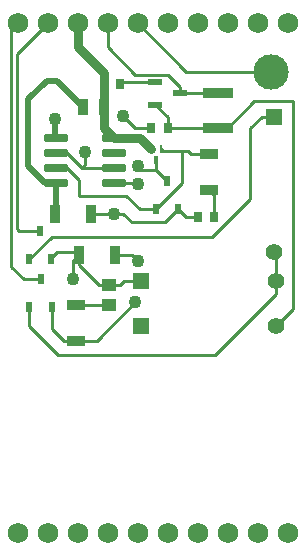
<source format=gbr>
%TF.GenerationSoftware,KiCad,Pcbnew,8.0.8*%
%TF.CreationDate,2025-03-02T20:22:08-05:00*%
%TF.ProjectId,Precharge Module V3.0,50726563-6861-4726-9765-204d6f64756c,rev?*%
%TF.SameCoordinates,Original*%
%TF.FileFunction,Copper,L1,Top*%
%TF.FilePolarity,Positive*%
%FSLAX46Y46*%
G04 Gerber Fmt 4.6, Leading zero omitted, Abs format (unit mm)*
G04 Created by KiCad (PCBNEW 8.0.8) date 2025-03-02 20:22:08*
%MOMM*%
%LPD*%
G01*
G04 APERTURE LIST*
G04 Aperture macros list*
%AMRoundRect*
0 Rectangle with rounded corners*
0 $1 Rounding radius*
0 $2 $3 $4 $5 $6 $7 $8 $9 X,Y pos of 4 corners*
0 Add a 4 corners polygon primitive as box body*
4,1,4,$2,$3,$4,$5,$6,$7,$8,$9,$2,$3,0*
0 Add four circle primitives for the rounded corners*
1,1,$1+$1,$2,$3*
1,1,$1+$1,$4,$5*
1,1,$1+$1,$6,$7*
1,1,$1+$1,$8,$9*
0 Add four rect primitives between the rounded corners*
20,1,$1+$1,$2,$3,$4,$5,0*
20,1,$1+$1,$4,$5,$6,$7,0*
20,1,$1+$1,$6,$7,$8,$9,0*
20,1,$1+$1,$8,$9,$2,$3,0*%
G04 Aperture macros list end*
%TA.AperFunction,SMDPad,CuDef*%
%ADD10R,1.600200X0.863600*%
%TD*%
%TA.AperFunction,ComponentPad*%
%ADD11R,1.397000X1.397000*%
%TD*%
%TA.AperFunction,ComponentPad*%
%ADD12C,1.397000*%
%TD*%
%TA.AperFunction,ComponentPad*%
%ADD13C,3.000000*%
%TD*%
%TA.AperFunction,SMDPad,CuDef*%
%ADD14R,1.219200X0.558800*%
%TD*%
%TA.AperFunction,SMDPad,CuDef*%
%ADD15R,0.711200X0.939800*%
%TD*%
%TA.AperFunction,SMDPad,CuDef*%
%ADD16R,2.500000X0.955600*%
%TD*%
%TA.AperFunction,SMDPad,CuDef*%
%ADD17R,1.193800X1.016000*%
%TD*%
%TA.AperFunction,SMDPad,CuDef*%
%ADD18R,0.855600X1.600000*%
%TD*%
%TA.AperFunction,SMDPad,CuDef*%
%ADD19R,0.558800X0.863600*%
%TD*%
%TA.AperFunction,ComponentPad*%
%ADD20C,1.750000*%
%TD*%
%TA.AperFunction,SMDPad,CuDef*%
%ADD21RoundRect,0.075000X-0.910000X-0.225000X0.910000X-0.225000X0.910000X0.225000X-0.910000X0.225000X0*%
%TD*%
%TA.AperFunction,SMDPad,CuDef*%
%ADD22R,0.812800X1.346200*%
%TD*%
%TA.AperFunction,SMDPad,CuDef*%
%ADD23R,0.279400X0.660400*%
%TD*%
%TA.AperFunction,SMDPad,CuDef*%
%ADD24R,0.381000X0.660400*%
%TD*%
%TA.AperFunction,ViaPad*%
%ADD25C,1.100000*%
%TD*%
%TA.AperFunction,Conductor*%
%ADD26C,0.250000*%
%TD*%
%TA.AperFunction,Conductor*%
%ADD27C,0.500000*%
%TD*%
%TA.AperFunction,Conductor*%
%ADD28C,0.750000*%
%TD*%
G04 APERTURE END LIST*
D10*
%TO.P,D3,1,K*%
%TO.N,Net-(D3-K)*%
X55750000Y-49202000D03*
%TO.P,D3,2,A*%
%TO.N,Net-(D3-A)*%
X55750000Y-52250000D03*
%TD*%
D11*
%TO.P,R6,1*%
%TO.N,Net-(U1-VCC)*%
X61250000Y-51000000D03*
D12*
%TO.P,R6,2*%
%TO.N,Net-(Q1-E)*%
X72680000Y-51000000D03*
%TD*%
D13*
%TO.P,PC COIL -,1,1*%
%TO.N,Net-(D3-A)*%
X72250000Y-29500000D03*
%TD*%
D14*
%TO.P,Q1,1,B*%
%TO.N,Net-(Q1-B)*%
X62433200Y-30369000D03*
%TO.P,Q1,2,E*%
%TO.N,Net-(Q1-E)*%
X62433200Y-32274000D03*
%TO.P,Q1,3,C*%
%TO.N,Net-(Q1-C)*%
X64566800Y-31321500D03*
%TD*%
D15*
%TO.P,R3,1*%
%TO.N,Net-(D2-K)*%
X67448500Y-41750000D03*
%TO.P,R3,2*%
%TO.N,Net-(Q1-C)*%
X66051500Y-41750000D03*
%TD*%
D16*
%TO.P,C3,1*%
%TO.N,Net-(Q1-E)*%
X67750000Y-34227801D03*
%TO.P,C3,2*%
%TO.N,Net-(Q1-C)*%
X67750000Y-31272199D03*
%TD*%
D10*
%TO.P,D2,1,K*%
%TO.N,Net-(D2-K)*%
X67000000Y-39548000D03*
%TO.P,D2,2,A*%
%TO.N,Net-(D2-A)*%
X67000000Y-36500000D03*
%TD*%
D17*
%TO.P,R9,1*%
%TO.N,Net-(Q1-C)*%
X58500000Y-47548200D03*
%TO.P,R9,2*%
%TO.N,Net-(D3-K)*%
X58500000Y-49250000D03*
%TD*%
D11*
%TO.P,R8,1*%
%TO.N,Net-(Q1-C)*%
X61250000Y-47250000D03*
D12*
%TO.P,R8,2*%
%TO.N,Net-(U2-G)*%
X72680000Y-47250000D03*
%TD*%
D18*
%TO.P,C1,1*%
%TO.N,Net-(U1-R)*%
X53972199Y-41500000D03*
%TO.P,C1,2*%
%TO.N,Net-(Q1-C)*%
X57027801Y-41500000D03*
%TD*%
%TO.P,C2,1*%
%TO.N,Net-(U1-CV)*%
X59027801Y-45000000D03*
%TO.P,C2,2*%
%TO.N,Net-(Q1-C)*%
X55972199Y-45000000D03*
%TD*%
D15*
%TO.P,R5,1*%
%TO.N,Net-(U1-VCC)*%
X58103000Y-30500000D03*
%TO.P,R5,2*%
%TO.N,Net-(Q1-B)*%
X59500000Y-30500000D03*
%TD*%
D19*
%TO.P,U2,1,G*%
%TO.N,Net-(U2-G)*%
X51797500Y-49443800D03*
%TO.P,U2,2,S*%
%TO.N,Net-(D3-A)*%
X53702500Y-49443800D03*
%TO.P,U2,3,D*%
%TO.N,Net-(U2-D)*%
X52750000Y-47056200D03*
%TD*%
D11*
%TO.P,R7,1*%
%TO.N,Net-(U3-G)*%
X72500000Y-33285000D03*
D12*
%TO.P,R7,2*%
%TO.N,Net-(U2-G)*%
X72500000Y-44715000D03*
%TD*%
D19*
%TO.P,U3,1,G*%
%TO.N,Net-(U3-G)*%
X51750000Y-45387600D03*
%TO.P,U3,2,S*%
%TO.N,Net-(Q1-C)*%
X53655000Y-45387600D03*
%TO.P,U3,3,D*%
%TO.N,Net-(U3-D)*%
X52702500Y-43000000D03*
%TD*%
D15*
%TO.P,R4,1*%
%TO.N,Net-(U1-THR)*%
X62103000Y-34250000D03*
%TO.P,R4,2*%
%TO.N,Net-(Q1-E)*%
X63500000Y-34250000D03*
%TD*%
D20*
%TO.P,J2,1,1*%
%TO.N,N/C*%
X50800000Y-68580000D03*
%TO.P,J2,2,2*%
X53340000Y-68580000D03*
%TO.P,J2,3,3*%
X55880000Y-68580000D03*
%TO.P,J2,4,4*%
X58420000Y-68580000D03*
%TO.P,J2,5,5*%
X60960000Y-68580000D03*
%TO.P,J2,6,6*%
X63500000Y-68580000D03*
%TO.P,J2,7,7*%
X66040000Y-68580000D03*
%TO.P,J2,8,8*%
X68580000Y-68580000D03*
%TO.P,J2,9,9*%
X71120000Y-68580000D03*
%TO.P,J2,10,10*%
X73660000Y-68580000D03*
%TD*%
D21*
%TO.P,U1,1,GND*%
%TO.N,Net-(Q1-C)*%
X54030000Y-35095000D03*
%TO.P,U1,2,TR*%
%TO.N,Net-(U1-THR)*%
X54030000Y-36365000D03*
%TO.P,U1,3,Q*%
%TO.N,Net-(D2-A)*%
X54030000Y-37635000D03*
%TO.P,U1,4,R*%
%TO.N,Net-(U1-R)*%
X54030000Y-38905000D03*
%TO.P,U1,5,CV*%
%TO.N,Net-(U1-CV)*%
X58970000Y-38905000D03*
%TO.P,U1,6,THR*%
%TO.N,Net-(U1-THR)*%
X58970000Y-37635000D03*
%TO.P,U1,7,DIS*%
%TO.N,unconnected-(U1-DIS-Pad7)*%
X58970000Y-36365000D03*
%TO.P,U1,8,VCC*%
%TO.N,Net-(U1-VCC)*%
X58970000Y-35095000D03*
%TD*%
D19*
%TO.P,U4,1,G*%
%TO.N,Net-(D2-A)*%
X62500000Y-41137600D03*
%TO.P,U4,2,S*%
%TO.N,Net-(Q1-C)*%
X64405000Y-41137600D03*
%TO.P,U4,3,D*%
%TO.N,Net-(U3-G)*%
X63452500Y-38750000D03*
%TD*%
D22*
%TO.P,R1,1*%
%TO.N,Net-(U1-R)*%
X56348300Y-32500000D03*
%TO.P,R1,2*%
%TO.N,Net-(U1-VCC)*%
X58151700Y-32500000D03*
%TD*%
D20*
%TO.P,J1,1,1*%
%TO.N,Net-(U2-D)*%
X50800000Y-25400000D03*
%TO.P,J1,2,2*%
%TO.N,Net-(U3-D)*%
X53340000Y-25400000D03*
%TO.P,J1,3,3*%
%TO.N,Net-(U1-VCC)*%
X55880000Y-25400000D03*
%TO.P,J1,4,4*%
%TO.N,Net-(Q1-C)*%
X58420000Y-25400000D03*
%TO.P,J1,5,5*%
%TO.N,Net-(D3-A)*%
X60960000Y-25400000D03*
%TO.P,J1,6,6*%
%TO.N,unconnected-(J1-Pad6)*%
X63500000Y-25400000D03*
%TO.P,J1,7,7*%
%TO.N,unconnected-(J1-Pad7)*%
X66040000Y-25400000D03*
%TO.P,J1,8,8*%
%TO.N,unconnected-(J1-Pad8)*%
X68580000Y-25400000D03*
%TO.P,J1,9,9*%
%TO.N,unconnected-(J1-Pad9)*%
X71120000Y-25400000D03*
%TO.P,J1,10,10*%
%TO.N,unconnected-(J1-Pad10)*%
X73660000Y-25400000D03*
%TD*%
D23*
%TO.P,U5,1,1*%
%TO.N,Net-(D2-A)*%
X62900050Y-36009400D03*
%TO.P,U5,2,2*%
%TO.N,Net-(U1-VCC)*%
X62099950Y-36009400D03*
D24*
%TO.P,U5,3,3*%
%TO.N,Net-(U3-G)*%
X62500000Y-37000000D03*
%TD*%
D25*
%TO.N,Net-(Q1-C)*%
X55500000Y-47000000D03*
X54000000Y-33500000D03*
X59000000Y-41500000D03*
%TO.N,Net-(U1-CV)*%
X61000000Y-39000000D03*
X61000000Y-45500000D03*
%TO.N,Net-(D3-A)*%
X60750000Y-49000000D03*
%TO.N,Net-(U1-THR)*%
X56500000Y-36250000D03*
X59750000Y-33250000D03*
%TO.N,Net-(U3-G)*%
X61000000Y-37500000D03*
%TD*%
D26*
%TO.N,Net-(Q1-C)*%
X66051500Y-41750000D02*
X65017400Y-41750000D01*
X58500000Y-47548200D02*
X57653100Y-47548200D01*
X59750000Y-41500000D02*
X60500000Y-42250000D01*
X59750000Y-41500000D02*
X59000000Y-41500000D01*
X65017400Y-41750000D02*
X64405000Y-41137600D01*
X59794900Y-47250000D02*
X59496700Y-47548200D01*
X58420000Y-27420000D02*
X58420000Y-25400000D01*
X67700699Y-31321500D02*
X67750000Y-31272199D01*
X64566800Y-31321500D02*
X64566800Y-30792100D01*
X55769699Y-44797500D02*
X55972199Y-45000000D01*
X54137600Y-44797500D02*
X53547500Y-45387600D01*
X64566800Y-30792100D02*
X63524700Y-29750000D01*
X63524700Y-29750000D02*
X60750000Y-29750000D01*
X55500000Y-45472199D02*
X55972199Y-45000000D01*
X57653100Y-47548200D02*
X55972199Y-45867299D01*
X54000000Y-35065000D02*
X54030000Y-35095000D01*
X63292600Y-42250000D02*
X64405000Y-41137600D01*
X61250000Y-47250000D02*
X59794900Y-47250000D01*
X64566800Y-31321500D02*
X67700699Y-31321500D01*
X55972199Y-45867299D02*
X55972199Y-45000000D01*
D27*
X54000000Y-33500000D02*
X54000000Y-35065000D01*
D26*
X54137600Y-44797500D02*
X55769699Y-44797500D01*
X60500000Y-42250000D02*
X63292600Y-42250000D01*
X57027801Y-41500000D02*
X59000000Y-41500000D01*
X55500000Y-47000000D02*
X55500000Y-45472199D01*
X60750000Y-29750000D02*
X58420000Y-27420000D01*
X59496700Y-47548200D02*
X58500000Y-47548200D01*
%TO.N,Net-(U1-CV)*%
X60500000Y-45000000D02*
X61000000Y-45500000D01*
X59027801Y-45000000D02*
X60500000Y-45000000D01*
X60905000Y-38905000D02*
X61000000Y-39000000D01*
X58970000Y-38905000D02*
X60905000Y-38905000D01*
D27*
%TO.N,Net-(U1-R)*%
X54030000Y-38905000D02*
X53105000Y-38905000D01*
X53250000Y-30250000D02*
X54098300Y-30250000D01*
X54030000Y-41442199D02*
X53972199Y-41500000D01*
X54098300Y-30250000D02*
X56348300Y-32500000D01*
X51700000Y-37500000D02*
X51700000Y-31800000D01*
X54030000Y-38905000D02*
X54030000Y-41442199D01*
X51700000Y-31800000D02*
X53250000Y-30250000D01*
X53105000Y-38905000D02*
X51700000Y-37500000D01*
D26*
%TO.N,Net-(D2-K)*%
X67448500Y-39996500D02*
X67448500Y-41750000D01*
X67000000Y-39548000D02*
X67448500Y-39996500D01*
%TO.N,Net-(D2-A)*%
X55014999Y-37635000D02*
X56000000Y-38620001D01*
X64750000Y-36226000D02*
X65226000Y-36226000D01*
X56000000Y-40000000D02*
X60000000Y-40000000D01*
X56000000Y-38620001D02*
X56000000Y-40000000D01*
X64750000Y-36226000D02*
X63116650Y-36226000D01*
X64750000Y-38887600D02*
X62500000Y-41137600D01*
X63116650Y-36226000D02*
X62900050Y-36009400D01*
X65226000Y-36226000D02*
X65500000Y-36500000D01*
X64750000Y-36226000D02*
X64750000Y-38887600D01*
X54030000Y-37635000D02*
X55014999Y-37635000D01*
X65500000Y-36500000D02*
X67000000Y-36500000D01*
X62500000Y-41137600D02*
X61137600Y-41137600D01*
X61137600Y-41137600D02*
X60000000Y-40000000D01*
%TO.N,Net-(D3-A)*%
X53702500Y-49443800D02*
X53702500Y-51252600D01*
X54699900Y-52250000D02*
X55750000Y-52250000D01*
X65060000Y-29500000D02*
X60960000Y-25400000D01*
X57500000Y-52250000D02*
X60750000Y-49000000D01*
X55750000Y-52250000D02*
X57500000Y-52250000D01*
X72250000Y-29500000D02*
X65060000Y-29500000D01*
X53702500Y-51252600D02*
X54699900Y-52250000D01*
%TO.N,Net-(D3-K)*%
X58452000Y-49202000D02*
X58500000Y-49250000D01*
X55750000Y-49202000D02*
X58452000Y-49202000D01*
%TO.N,Net-(U3-D)*%
X50750000Y-27990000D02*
X53340000Y-25400000D01*
X50905000Y-43000000D02*
X50750000Y-42845000D01*
X50750000Y-42845000D02*
X50750000Y-27990000D01*
X52702500Y-43000000D02*
X50905000Y-43000000D01*
%TO.N,Net-(U2-D)*%
X50250000Y-25950000D02*
X50800000Y-25400000D01*
X52500000Y-47056200D02*
X51306200Y-47056200D01*
X50250000Y-46000000D02*
X50250000Y-25950000D01*
X51306200Y-47056200D02*
X50250000Y-46000000D01*
%TO.N,Net-(Q1-E)*%
X74138000Y-49542000D02*
X74138000Y-32000000D01*
X62433200Y-32274000D02*
X63500000Y-33340800D01*
X63500000Y-33340800D02*
X63500000Y-34250000D01*
X67750000Y-34227801D02*
X63522199Y-34227801D01*
X63522199Y-34227801D02*
X63500000Y-34250000D01*
X74138000Y-32000000D02*
X70825179Y-32000000D01*
X68597378Y-34227801D02*
X67750000Y-34227801D01*
X70825179Y-32000000D02*
X68597378Y-34227801D01*
X72680000Y-51000000D02*
X74138000Y-49542000D01*
%TO.N,Net-(Q1-B)*%
X62433200Y-30369000D02*
X59631000Y-30369000D01*
X59631000Y-30369000D02*
X59500000Y-30500000D01*
%TO.N,Net-(U1-THR)*%
X60750000Y-34250000D02*
X62103000Y-34250000D01*
X56284999Y-37635000D02*
X58970000Y-37635000D01*
X56500000Y-36250000D02*
X56500000Y-37419999D01*
X59750000Y-33250000D02*
X60750000Y-34250000D01*
X54030000Y-36365000D02*
X55014999Y-36365000D01*
X56500000Y-37419999D02*
X56284999Y-37635000D01*
X55014999Y-36365000D02*
X56284999Y-37635000D01*
D28*
%TO.N,Net-(U1-VCC)*%
X58151700Y-32500000D02*
X58151700Y-34276700D01*
X58151700Y-34276700D02*
X58970000Y-35095000D01*
X58103000Y-29603000D02*
X58103000Y-30500000D01*
X58970000Y-35095000D02*
X61185550Y-35095000D01*
X55880000Y-27380000D02*
X58103000Y-29603000D01*
X55880000Y-25400000D02*
X55880000Y-27380000D01*
X58103000Y-30500000D02*
X58103000Y-32451300D01*
X61185550Y-35095000D02*
X62099950Y-36009400D01*
X58103000Y-32451300D02*
X58151700Y-32500000D01*
D26*
%TO.N,Net-(U3-G)*%
X62500000Y-37797500D02*
X63452500Y-38750000D01*
X70500000Y-34250000D02*
X70500000Y-40250000D01*
X53685100Y-43452500D02*
X51750000Y-45387600D01*
X61297500Y-37797500D02*
X61000000Y-37500000D01*
X71465000Y-33285000D02*
X70500000Y-34250000D01*
X67297500Y-43452500D02*
X53685100Y-43452500D01*
X62500000Y-37797500D02*
X61297500Y-37797500D01*
X62500000Y-37000000D02*
X62500000Y-37797500D01*
X70500000Y-40250000D02*
X67297500Y-43452500D01*
X72500000Y-32785000D02*
X71965000Y-32785000D01*
X72500000Y-33285000D02*
X71465000Y-33285000D01*
%TO.N,Net-(U2-G)*%
X51797500Y-51047500D02*
X51797500Y-49443800D01*
X54250000Y-53500000D02*
X67500000Y-53500000D01*
X72680000Y-47250000D02*
X72680000Y-44895000D01*
X67500000Y-53500000D02*
X72680000Y-48320000D01*
X54250000Y-53500000D02*
X51797500Y-51047500D01*
X72680000Y-44895000D02*
X72500000Y-44715000D01*
X72680000Y-48320000D02*
X72680000Y-47250000D01*
%TD*%
M02*

</source>
